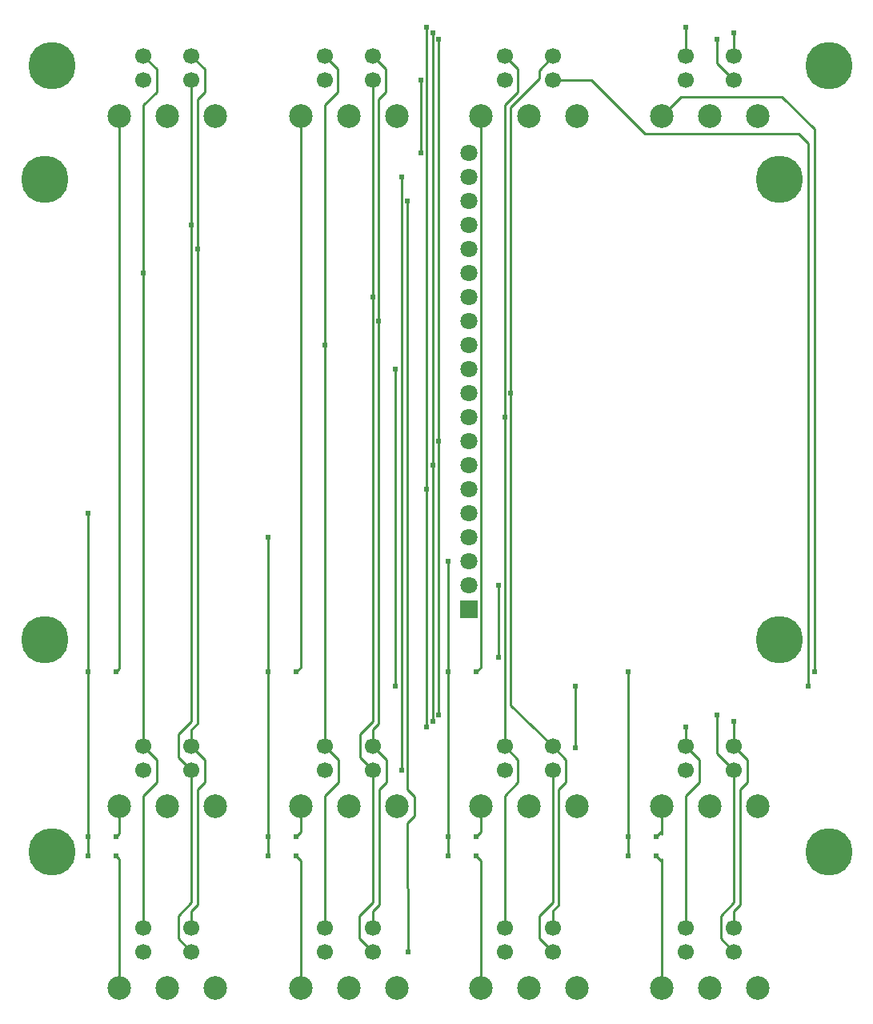
<source format=gtl>
G04 Layer: TopLayer*
G04 EasyEDA v6.5.29, 2023-07-18 10:00:19*
G04 65aec9abdb6f4e73b05af1f89c23e90b,5a6b42c53f6a479593ecc07194224c93,10*
G04 Gerber Generator version 0.2*
G04 Scale: 100 percent, Rotated: No, Reflected: No *
G04 Dimensions in millimeters *
G04 leading zeros omitted , absolute positions ,4 integer and 5 decimal *
%FSLAX45Y45*%
%MOMM*%

%AMMACRO1*21,1,$1,$2,0,0,$3*%
%ADD10C,0.2540*%
%ADD11C,1.8000*%
%ADD12MACRO1,1.8X1.8X90.0000*%
%ADD13C,5.0000*%
%ADD14C,2.5000*%
%ADD15C,1.7000*%
%ADD16C,0.6096*%
%ADD17C,0.0186*%

%LPD*%
D10*
X5194300Y5359400D02*
G01*
X5194300Y4600000D01*
X6919468Y10325100D02*
G01*
X7124700Y10528300D01*
X8191500Y10528300D01*
X8534400Y10185400D01*
X8534400Y4445000D01*
X3096793Y10325100D02*
G01*
X3096793Y4493793D01*
X3048000Y4445000D01*
X5001793Y10325100D02*
G01*
X5001793Y4493793D01*
X4953000Y4445000D01*
X1179093Y10325100D02*
G01*
X1179093Y4481093D01*
X1143000Y4445000D01*
X846759Y4445000D02*
G01*
X846800Y6121400D01*
X4656759Y4445000D02*
G01*
X4656759Y5613400D01*
X4559300Y6883400D02*
G01*
X4559300Y11137900D01*
X4559300Y6883400D02*
G01*
X4559300Y3987800D01*
X4495800Y6629400D02*
G01*
X4495800Y11201400D01*
X4495800Y6629400D02*
G01*
X4495800Y3924300D01*
X4432300Y6375400D02*
G01*
X4432300Y3860800D01*
X4432300Y6375400D02*
G01*
X4432300Y11264900D01*
X4368800Y9931400D02*
G01*
X4368800Y10706100D01*
X2751836Y4445000D02*
G01*
X2751836Y5867400D01*
X5765800Y10960100D02*
G01*
X5626100Y10807700D01*
X5626100Y10718800D01*
X5321300Y10414000D01*
X5321300Y7391400D01*
X5321300Y4089400D01*
X5765800Y3657600D01*
X5257800Y10960100D02*
G01*
X5397500Y10820400D01*
X5397500Y10579100D01*
X5257800Y10439400D01*
X5257800Y7137400D01*
X5257800Y3657600D01*
X4165600Y3403600D02*
G01*
X4165600Y9677400D01*
X4102100Y4292600D02*
G01*
X4102100Y7645400D01*
X3860800Y10960100D02*
G01*
X4000500Y10820400D01*
X4000500Y10579100D01*
X3924300Y10502900D01*
X3924300Y8153400D01*
X3924300Y3898900D01*
X3860800Y3835400D01*
X3860800Y3657600D01*
X3862831Y3403600D02*
G01*
X3723131Y3543300D01*
X3723131Y3784600D01*
X3862831Y3924300D01*
X3862806Y8407400D01*
X3862831Y10706100D01*
X3352800Y10960100D02*
G01*
X3492500Y10820400D01*
X3492500Y10579100D01*
X3352800Y10439400D01*
X3352800Y7899400D01*
X3352800Y3657600D01*
X1943100Y10960100D02*
G01*
X2082800Y10820400D01*
X2082800Y10579100D01*
X2006600Y10502900D01*
X2006600Y8915400D01*
X2006600Y3898900D01*
X1943100Y3835400D01*
X1943100Y3657600D01*
X1943100Y3403600D02*
G01*
X1803400Y3543300D01*
X1803400Y3784600D01*
X1943100Y3924300D01*
X1943100Y9169400D01*
X1943100Y10706100D01*
X1435100Y10960100D02*
G01*
X1574800Y10820400D01*
X1574800Y10579100D01*
X1435100Y10439400D01*
X1435100Y8661400D01*
X1435100Y3657600D01*
X7175500Y3860800D02*
G01*
X7175500Y3657600D01*
X7683500Y3924300D02*
G01*
X7683500Y3657600D01*
X7505700Y3987800D02*
G01*
X7505700Y3581400D01*
X7683500Y3403600D01*
X6007100Y3644900D02*
G01*
X6007100Y4292600D01*
X8470900Y4292600D02*
G01*
X8470900Y10033000D01*
X8369300Y10134600D01*
X6743700Y10134600D01*
X6172200Y10706100D01*
X5765800Y10706100D01*
X7505700Y11137900D02*
G01*
X7505700Y10883900D01*
X7683500Y10706100D01*
X7683500Y11201400D02*
G01*
X7683500Y10960100D01*
X7175500Y11264900D02*
G01*
X7175500Y10960100D01*
X2006600Y1981200D02*
G01*
X1943100Y1917700D01*
X1943100Y1739900D01*
X3926296Y1981200D02*
G01*
X3862796Y1917700D01*
X3862796Y1739900D01*
X5829300Y1981200D02*
G01*
X5765800Y1917700D01*
X5765800Y1739900D01*
X7747000Y1981200D02*
G01*
X7683500Y1917700D01*
X7683500Y1739900D01*
X1943100Y1485900D02*
G01*
X1803400Y1625600D01*
X1803400Y1866900D01*
X1943100Y2006600D01*
X3860800Y1485900D02*
G01*
X3721100Y1625600D01*
X3721100Y1866900D01*
X3860800Y2006600D01*
X5765800Y1485900D02*
G01*
X5626100Y1625600D01*
X5626100Y1866900D01*
X5765800Y2006600D01*
X7683500Y1485900D02*
G01*
X7543800Y1625600D01*
X7543800Y1866900D01*
X7683500Y2006600D01*
X1435100Y3657600D02*
G01*
X1574800Y3517900D01*
X1574800Y3276600D01*
X1435100Y3136900D01*
X1435100Y1739900D01*
X1943100Y2006600D02*
G01*
X1943100Y3403600D01*
X1943100Y3657600D02*
G01*
X2082800Y3517900D01*
X2082800Y3276600D01*
X2006600Y3200400D01*
X2006594Y1981194D01*
X1179088Y2741185D02*
G01*
X1142997Y2705094D01*
X1179088Y2465804D02*
G01*
X1142997Y2501894D01*
X846757Y2705094D02*
G01*
X846757Y4444997D01*
X846759Y4445000D01*
X846757Y2501894D02*
G01*
X846759Y2666997D01*
X846757Y2705094D01*
X1179090Y1104900D02*
G01*
X1181097Y2463794D01*
X1179090Y3022600D02*
G01*
X1179088Y2741185D01*
X6919490Y3022600D02*
G01*
X6919490Y2728490D01*
X6919490Y2766590D02*
G01*
X6858000Y2705100D01*
X5001790Y2753890D02*
G01*
X4953000Y2705100D01*
X3098800Y2755900D02*
G01*
X3048000Y2705100D01*
X6919490Y1104900D02*
G01*
X6919490Y2465809D01*
X6919490Y2440409D02*
G01*
X6858000Y2501900D01*
X5001790Y2453109D02*
G01*
X4953000Y2501900D01*
X3096790Y2453109D02*
G01*
X3048000Y2501900D01*
X2751759Y2501900D02*
G01*
X2751759Y2666997D01*
X2751759Y2705100D01*
X2751759Y2705100D02*
G01*
X2751757Y4444997D01*
X2751759Y4445000D01*
X3098800Y3022600D02*
G01*
X3098800Y2755900D01*
X3096790Y1104900D02*
G01*
X3098794Y2451094D01*
X3354796Y3657600D02*
G01*
X3494496Y3517900D01*
X3494496Y3276600D01*
X3354796Y3136900D01*
X3352800Y1739900D01*
X3860792Y2006594D02*
G01*
X3860800Y3403600D01*
X3862796Y3657600D02*
G01*
X4002496Y3517900D01*
X4002496Y3276600D01*
X3926296Y3200400D01*
X3926296Y1981200D01*
X4229100Y9423400D02*
G01*
X4229100Y3200400D01*
X4305300Y3124200D01*
X4305300Y2921000D01*
X4229100Y2844800D01*
X4230268Y1485900D01*
X4656759Y2705100D02*
G01*
X4656759Y2501900D01*
X4656759Y2705100D02*
G01*
X4656759Y4445000D01*
X5001790Y3022600D02*
G01*
X5003789Y2755894D01*
X5001790Y1104900D02*
G01*
X5003789Y2451094D01*
X5257800Y3657600D02*
G01*
X5397500Y3517900D01*
X5397500Y3276600D01*
X5257800Y3136900D01*
X5257800Y1739900D01*
X5765787Y2006594D02*
G01*
X5765800Y3403600D01*
X5765800Y3657600D02*
G01*
X5905500Y3517900D01*
X5905500Y3276600D01*
X5829300Y3200400D01*
X5829287Y1981194D01*
X6561759Y2501900D02*
G01*
X6561759Y2705100D01*
X6561759Y2705100D02*
G01*
X6561759Y4445000D01*
X7683500Y2006600D02*
G01*
X7683500Y3403600D01*
X7683500Y3657600D02*
G01*
X7823200Y3517900D01*
X7823200Y3276600D01*
X7747000Y3200400D01*
X7747000Y1981200D01*
X7175500Y3657600D02*
G01*
X7315200Y3517900D01*
X7315200Y3276600D01*
X7175500Y3136900D01*
X7175500Y1739900D01*
D11*
G01*
X4876800Y9931400D03*
D12*
G01*
X4876800Y5105400D03*
D11*
G01*
X4876800Y5359400D03*
G01*
X4876800Y5613400D03*
G01*
X4876800Y5867400D03*
G01*
X4876800Y6121400D03*
G01*
X4876800Y6375400D03*
G01*
X4876800Y6629400D03*
G01*
X4876800Y6883400D03*
G01*
X4876800Y7137400D03*
G01*
X4876800Y7391400D03*
G01*
X4876800Y7645400D03*
G01*
X4876800Y7899400D03*
G01*
X4876800Y8153400D03*
G01*
X4876800Y8407400D03*
G01*
X4876800Y8661400D03*
G01*
X4876800Y8915400D03*
G01*
X4876800Y9169400D03*
G01*
X4876800Y9423400D03*
G01*
X4876800Y9677400D03*
D13*
G01*
X469900Y2540000D03*
G01*
X8686800Y2540000D03*
G01*
X469900Y10858500D03*
G01*
X8686800Y10858500D03*
D14*
G01*
X1179093Y3022600D03*
G01*
X2197100Y3022600D03*
G01*
X1687093Y3022600D03*
D15*
G01*
X1943100Y3403600D03*
G01*
X1943100Y3657600D03*
G01*
X1435100Y3403600D03*
G01*
X1435100Y3657600D03*
G01*
X3354806Y3657600D03*
G01*
X3354806Y3403600D03*
G01*
X3862806Y3657600D03*
G01*
X3862806Y3403600D03*
D14*
G01*
X3606800Y3022600D03*
G01*
X4116806Y3022600D03*
G01*
X3098800Y3022600D03*
D15*
G01*
X5257800Y3657600D03*
G01*
X5257800Y3403600D03*
G01*
X5765800Y3657600D03*
G01*
X5765800Y3403600D03*
D14*
G01*
X5509793Y3022600D03*
G01*
X6019800Y3022600D03*
G01*
X5001793Y3022600D03*
D15*
G01*
X7175500Y3657600D03*
G01*
X7175500Y3403600D03*
G01*
X7683500Y3657600D03*
G01*
X7683500Y3403600D03*
D14*
G01*
X7427493Y3022600D03*
G01*
X7937500Y3022600D03*
G01*
X6919493Y3022600D03*
D15*
G01*
X1435100Y1739900D03*
G01*
X1435100Y1485900D03*
G01*
X1943100Y1739900D03*
G01*
X1943100Y1485900D03*
D14*
G01*
X1687093Y1104900D03*
G01*
X2197100Y1104900D03*
G01*
X1179093Y1104900D03*
D15*
G01*
X3352800Y1739900D03*
G01*
X3352800Y1485900D03*
G01*
X3860800Y1739900D03*
G01*
X3860800Y1485900D03*
D14*
G01*
X3604793Y1104900D03*
G01*
X4114800Y1104900D03*
G01*
X3096793Y1104900D03*
D15*
G01*
X5257800Y1739900D03*
G01*
X5257800Y1485900D03*
G01*
X5765800Y1739900D03*
G01*
X5765800Y1485900D03*
D14*
G01*
X5509793Y1104900D03*
G01*
X6019800Y1104900D03*
G01*
X5001793Y1104900D03*
D15*
G01*
X7175500Y1739900D03*
G01*
X7175500Y1485900D03*
G01*
X7683500Y1739900D03*
G01*
X7683500Y1485900D03*
D14*
G01*
X7427493Y1104900D03*
G01*
X7937500Y1104900D03*
G01*
X6919493Y1104900D03*
D15*
G01*
X1435100Y10960100D03*
G01*
X1435100Y10706100D03*
G01*
X1943100Y10960100D03*
G01*
X1943100Y10706100D03*
D14*
G01*
X1687093Y10325100D03*
G01*
X2197100Y10325100D03*
G01*
X1179093Y10325100D03*
D15*
G01*
X3352800Y10960100D03*
G01*
X3352800Y10706100D03*
G01*
X3860800Y10960100D03*
G01*
X3860800Y10706100D03*
D14*
G01*
X3604793Y10325100D03*
G01*
X4114800Y10325100D03*
G01*
X3096793Y10325100D03*
D15*
G01*
X5257800Y10960100D03*
G01*
X5257800Y10706100D03*
G01*
X5765800Y10960100D03*
G01*
X5765800Y10706100D03*
D14*
G01*
X5509793Y10325100D03*
G01*
X6019800Y10325100D03*
G01*
X5001793Y10325100D03*
D15*
G01*
X7175500Y10960100D03*
G01*
X7175500Y10706100D03*
G01*
X7683500Y10960100D03*
G01*
X7683500Y10706100D03*
D14*
G01*
X7427493Y10325100D03*
G01*
X7937500Y10325100D03*
G01*
X6919493Y10325100D03*
D13*
G01*
X386105Y4782007D03*
G01*
X8166100Y4782007D03*
G01*
X386105Y9652000D03*
G01*
X8166100Y9652000D03*
D16*
G01*
X6007100Y3644900D03*
G01*
X2751810Y5867400D03*
G01*
X1943100Y9169400D03*
G01*
X2006600Y8915400D03*
G01*
X1435100Y8661400D03*
G01*
X3352800Y7899400D03*
G01*
X3924300Y8153400D03*
G01*
X3862806Y8407400D03*
G01*
X5321300Y7391400D03*
G01*
X5257800Y7137400D03*
G01*
X4432300Y3860800D03*
G01*
X7175500Y3860800D03*
G01*
X4432300Y6375400D03*
G01*
X4495800Y3924300D03*
G01*
X7683500Y3924300D03*
G01*
X4495800Y6629400D03*
G01*
X4559300Y3987800D03*
G01*
X7505700Y3987800D03*
G01*
X4559300Y6883400D03*
G01*
X4165600Y9677400D03*
G01*
X4229100Y9423400D03*
G01*
X4230268Y1485900D03*
G01*
X6007100Y4292600D03*
G01*
X8470900Y4292600D03*
G01*
X8534400Y4445000D03*
G01*
X4102100Y7645400D03*
G01*
X4102100Y4292600D03*
G01*
X4559300Y11137900D03*
G01*
X7505700Y11137900D03*
G01*
X4495800Y11201400D03*
G01*
X7683500Y11201400D03*
G01*
X4432300Y11264900D03*
G01*
X7175500Y11264900D03*
G01*
X4368800Y10706100D03*
G01*
X4165600Y3403600D03*
G01*
X4368800Y9931400D03*
G01*
X4656759Y5613400D03*
G01*
X5194300Y4599990D03*
G01*
X5194300Y5359400D03*
G01*
X6561759Y4445000D03*
G01*
X846759Y2705100D03*
G01*
X846759Y4445000D03*
G01*
X846759Y2501900D03*
G01*
X846810Y6121400D03*
G01*
X1143000Y4445000D03*
G01*
X3048000Y4445000D03*
G01*
X1143000Y2705100D03*
G01*
X1143000Y2501900D03*
G01*
X3048000Y2501900D03*
G01*
X3048000Y2705100D03*
G01*
X4953000Y2705100D03*
G01*
X4953000Y2501900D03*
G01*
X6858000Y2501900D03*
G01*
X6858000Y2705100D03*
G01*
X4953000Y4445000D03*
G01*
X4656810Y4445000D03*
G01*
X2751836Y4445000D03*
G01*
X2751759Y2501900D03*
G01*
X2751759Y2705100D03*
G01*
X4656759Y2705100D03*
G01*
X4656759Y2501900D03*
G01*
X6561759Y2705100D03*
G01*
X6561759Y2501900D03*
M02*

</source>
